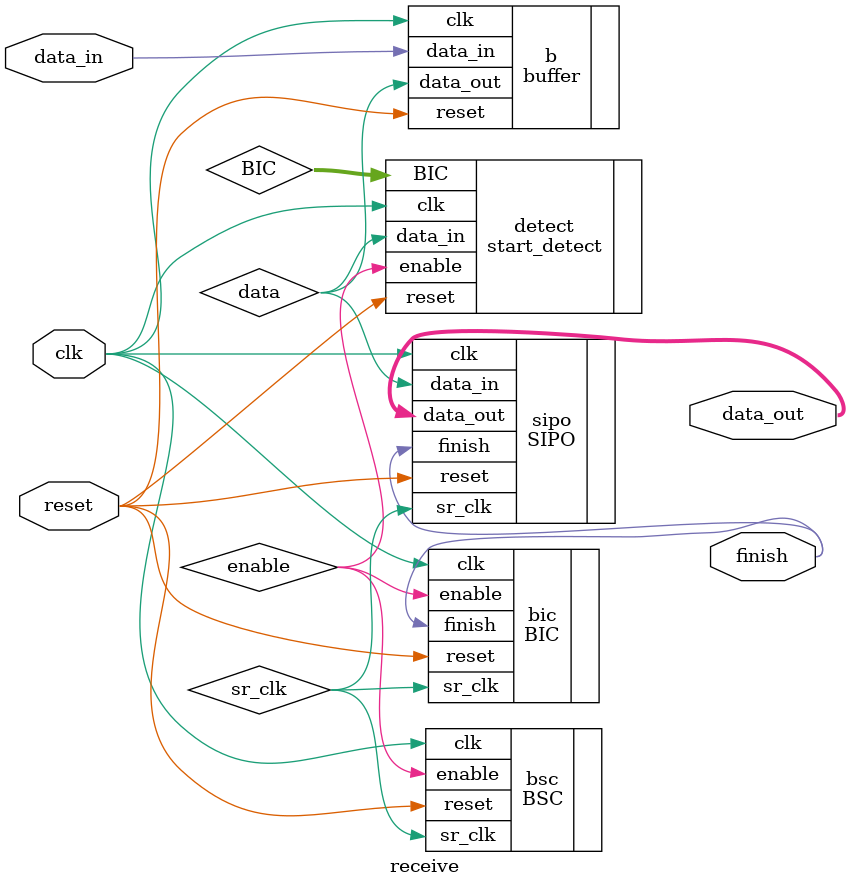
<source format=sv>
module receive(data_in, reset, clk, data_out, finish);
	input data_in, reset, clk;
	output [7:0] data_out;
	output finish;

	wire data;
	wire [3:0] BIC;
	wire enable;
	wire sr_clk;

	buffer b(.clk, .reset, .data_in, .data_out(data));
	start_detect detect(.data_in(data), .reset, .clk, .BIC, .enable);
	BSC bsc(.reset, .enable, .clk, .sr_clk);
	BIC bic(.sr_clk, .enable, .reset, .clk, .finish);
	SIPO sipo(.data_in(data), .sr_clk, .clk, .reset, .finish, .data_out);

endmodule

</source>
